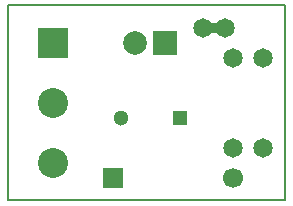
<source format=gbr>
G04 #@! TF.FileFunction,Copper,L1,Top,Signal*
%FSLAX46Y46*%
G04 Gerber Fmt 4.6, Leading zero omitted, Abs format (unit mm)*
G04 Created by KiCad (PCBNEW 4.0.0-rc1-stable) date 11/30/2015 5:11:31 PM*
%MOMM*%
G01*
G04 APERTURE LIST*
%ADD10C,0.100000*%
%ADD11C,0.150000*%
%ADD12R,1.300000X1.300000*%
%ADD13C,1.300000*%
%ADD14R,2.000000X2.000000*%
%ADD15C,2.000000*%
%ADD16C,1.699260*%
%ADD17R,1.699260X1.699260*%
%ADD18R,2.540000X2.540000*%
%ADD19C,2.540000*%
%ADD20C,1.651000*%
%ADD21C,0.812800*%
G04 APERTURE END LIST*
D10*
D11*
X157480000Y-103505000D02*
X154305000Y-103505000D01*
X154305000Y-120015000D02*
X157480000Y-120015000D01*
X133985000Y-120015000D02*
X133985000Y-103505000D01*
X154305000Y-120015000D02*
X133985000Y-120015000D01*
X157480000Y-103505000D02*
X157480000Y-120015000D01*
X133985000Y-103505000D02*
X154305000Y-103505000D01*
D12*
X148590000Y-113030000D03*
D13*
X143590000Y-113030000D03*
D14*
X147320000Y-106680000D03*
D15*
X144780000Y-106680000D03*
D16*
X153035520Y-118107460D03*
D17*
X142875520Y-118107460D03*
D18*
X137795000Y-106680000D03*
D19*
X137795000Y-111760000D03*
X137795000Y-116840000D03*
D20*
X153035000Y-107950000D03*
X153035000Y-115570000D03*
X155575000Y-107950000D03*
X155575000Y-115570000D03*
X152400000Y-105410000D03*
X150495000Y-105410000D03*
D21*
X150495000Y-105410000D02*
X152400000Y-105410000D01*
M02*

</source>
